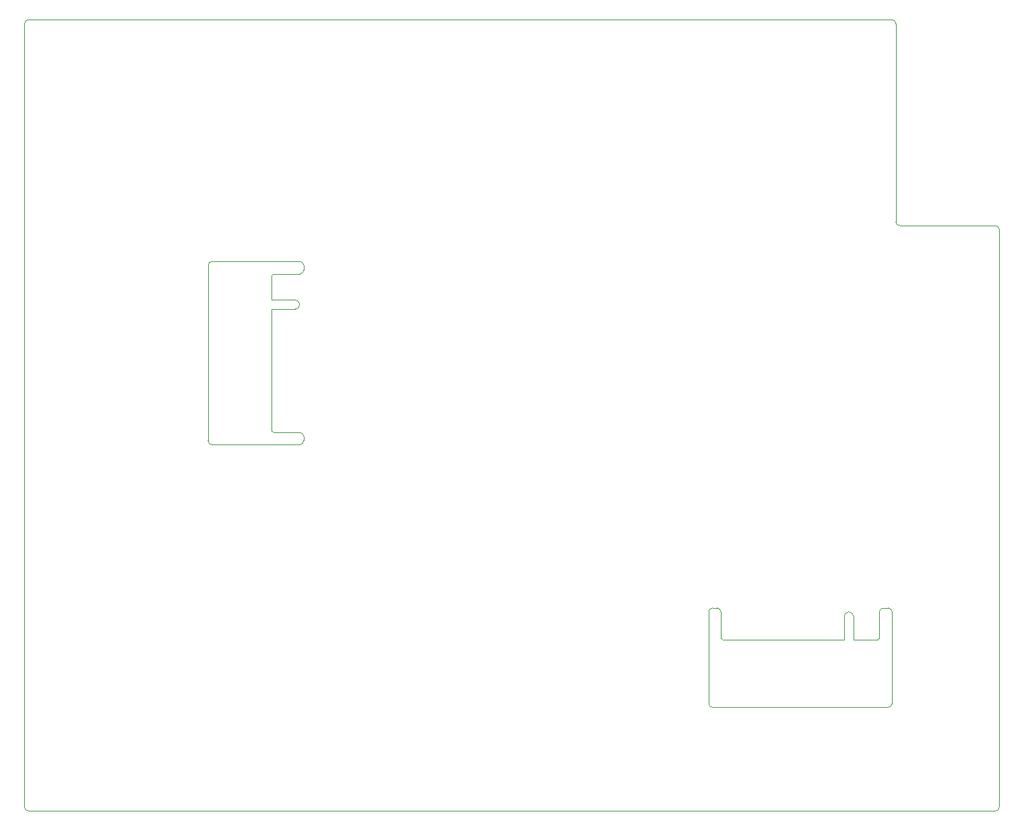
<source format=gbr>
%TF.GenerationSoftware,KiCad,Pcbnew,9.0.0*%
%TF.CreationDate,2025-04-16T12:40:20-04:00*%
%TF.ProjectId,Interposer_Board_IOCrest,496e7465-7270-46f7-9365-725f426f6172,rev?*%
%TF.SameCoordinates,Original*%
%TF.FileFunction,Profile,NP*%
%FSLAX46Y46*%
G04 Gerber Fmt 4.6, Leading zero omitted, Abs format (unit mm)*
G04 Created by KiCad (PCBNEW 9.0.0) date 2025-04-16 12:40:20*
%MOMM*%
%LPD*%
G01*
G04 APERTURE LIST*
%TA.AperFunction,Profile*%
%ADD10C,0.050000*%
%TD*%
G04 APERTURE END LIST*
D10*
X101046100Y-72278600D02*
G75*
G02*
X100846100Y-72078600I0J200000D01*
G01*
X100846100Y-52578600D02*
X100846100Y-55603600D01*
X104346100Y-52378600D02*
X101046100Y-52378600D01*
X104846100Y-51878601D02*
G75*
G02*
X104346099Y-52378600I-500000J1D01*
G01*
X104346100Y-50778599D02*
G75*
G02*
X104846101Y-51278600I0J-500001D01*
G01*
X104346100Y-56203600D02*
G75*
G02*
X103746100Y-56803600I-600000J0D01*
G01*
X104346100Y-73828600D02*
X93346100Y-73828600D01*
X103746100Y-56803600D02*
X100846100Y-56803600D01*
X92846100Y-73328600D02*
X92846100Y-51278600D01*
X100846100Y-55603600D02*
X103746101Y-55603600D01*
X93346101Y-73828600D02*
G75*
G02*
X92846100Y-73328600I-1J500000D01*
G01*
X92846100Y-51278600D02*
G75*
G02*
X93346101Y-50778600I500000J0D01*
G01*
X100846100Y-56803600D02*
X100846100Y-72078600D01*
X101046100Y-72278600D02*
X104346100Y-72278600D01*
X104346100Y-50778599D02*
X93346100Y-50778600D01*
X104346100Y-72278600D02*
G75*
G02*
X104846100Y-72778600I0J-500000D01*
G01*
X104846101Y-73328600D02*
X104846100Y-72778600D01*
X103746101Y-55603600D02*
G75*
G02*
X104346100Y-56203601I-1J-600000D01*
G01*
X104846101Y-51278600D02*
X104846099Y-51878601D01*
X104846100Y-73328600D02*
G75*
G02*
X104346100Y-73828600I-500000J0D01*
G01*
X100846100Y-52578600D02*
G75*
G02*
X101046100Y-52378600I200000J0D01*
G01*
X191776100Y-46278600D02*
G75*
G02*
X192276100Y-46778600I0J-500000D01*
G01*
X177201100Y-98153599D02*
G75*
G02*
X177001101Y-98353600I-200000J-1D01*
G01*
X178301100Y-94353599D02*
X177751100Y-94353600D01*
X179776100Y-46278600D02*
G75*
G02*
X179276100Y-45778599I0J500000D01*
G01*
X179276101Y-45778599D02*
X179276100Y-20903600D01*
X177201100Y-98153600D02*
X177201100Y-94853600D01*
X178751100Y-20378601D02*
G75*
G02*
X179276099Y-20903600I0J-524999D01*
G01*
X192276100Y-119378600D02*
G75*
G02*
X191776100Y-119878600I-500000J0D01*
G01*
X156251100Y-106853600D02*
X178301100Y-106853600D01*
X156251100Y-94353599D02*
X156801100Y-94353600D01*
X178801101Y-94853600D02*
X178801100Y-106353600D01*
X173376100Y-94853600D02*
G75*
G02*
X173976100Y-95453600I0J-600000D01*
G01*
X177201100Y-94853600D02*
G75*
G02*
X177701100Y-94353600I500000J0D01*
G01*
X70276100Y-119878600D02*
G75*
G02*
X69776100Y-119378600I0J500000D01*
G01*
X157501100Y-98353600D02*
G75*
G02*
X157301100Y-98153600I0J200000D01*
G01*
X155751099Y-94853600D02*
G75*
G02*
X156251100Y-94353599I500001J0D01*
G01*
X172776100Y-95453600D02*
G75*
G02*
X173376100Y-94853600I600000J0D01*
G01*
X156251100Y-106853600D02*
G75*
G02*
X155751100Y-106353599I0J500000D01*
G01*
X179776100Y-46278600D02*
X191776100Y-46278600D01*
X177701100Y-94353600D02*
X177751100Y-94353600D01*
X157301100Y-98153600D02*
X157301100Y-94853600D01*
X178751100Y-20378600D02*
X70276095Y-20378600D01*
X157501100Y-98353600D02*
X172776100Y-98353600D01*
X69776105Y-20878600D02*
G75*
G02*
X70276095Y-20378605I499995J0D01*
G01*
X191776100Y-119878600D02*
X70276100Y-119878600D01*
X178801100Y-106353599D02*
G75*
G02*
X178301100Y-106853600I-500000J-1D01*
G01*
X173976100Y-98353600D02*
X177001101Y-98353600D01*
X69776100Y-119378600D02*
X69776100Y-20878600D01*
X173976100Y-95453600D02*
X173976100Y-98353600D01*
X156801100Y-94353600D02*
G75*
G02*
X157301100Y-94853600I0J-500000D01*
G01*
X155751099Y-94853600D02*
X155751100Y-106353600D01*
X178301100Y-94353600D02*
G75*
G02*
X178801100Y-94853600I0J-500000D01*
G01*
X172776100Y-98353600D02*
X172776100Y-95453600D01*
X192276100Y-119378600D02*
X192276100Y-46778600D01*
M02*

</source>
